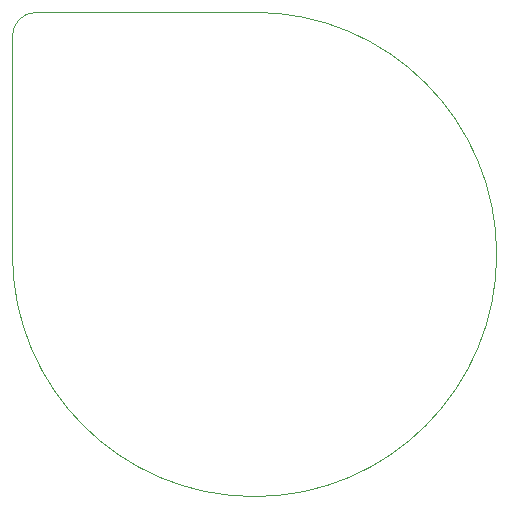
<source format=gbr>
%TF.GenerationSoftware,KiCad,Pcbnew,8.0.5*%
%TF.CreationDate,2024-10-15T22:02:10+02:00*%
%TF.ProjectId,_autosave-pcb,5f617574-6f73-4617-9665-2d7063622e6b,rev?*%
%TF.SameCoordinates,Original*%
%TF.FileFunction,Profile,NP*%
%FSLAX46Y46*%
G04 Gerber Fmt 4.6, Leading zero omitted, Abs format (unit mm)*
G04 Created by KiCad (PCBNEW 8.0.5) date 2024-10-15 22:02:10*
%MOMM*%
%LPD*%
G01*
G04 APERTURE LIST*
%TA.AperFunction,Profile*%
%ADD10C,0.050000*%
%TD*%
G04 APERTURE END LIST*
D10*
X150000000Y-29500000D02*
G75*
G02*
X170500000Y-50000000I0J-20500000D01*
G01*
X150000000Y-29500000D02*
X131500000Y-29500000D01*
X129500000Y-31500000D02*
G75*
G02*
X131500000Y-29500000I2000000J0D01*
G01*
X150000000Y-70500000D02*
G75*
G02*
X129500000Y-50000000I0J20500000D01*
G01*
X129500000Y-50000000D02*
X129500000Y-31500000D01*
X170500000Y-50000000D02*
G75*
G02*
X150000000Y-70500000I-20500000J0D01*
G01*
M02*

</source>
